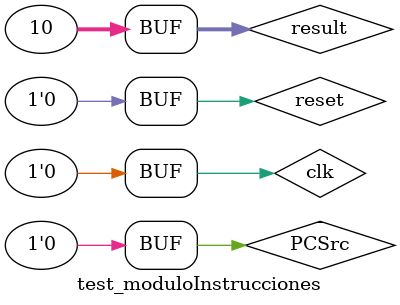
<source format=sv>
module test_moduloInstrucciones();


	
	logic clk, reset, PCSrc;
	logic [31:0] dataOut, result, pc_8;
	
	
	modulo_instrucciones modInst(clk, reset, PCSrc, result, dataOut, pc_8);
	
	initial begin 
		result = 32'd10;
		PCSrc = 0;
		#1;
		reset = 0;
		#1;
		reset = 1;
		#1;
		reset = 0;
		#1;
		
		
	
		
	end
always
begin
clk <= 1; # 2; clk <= 0; # 2;
end
	
	endmodule 
</source>
